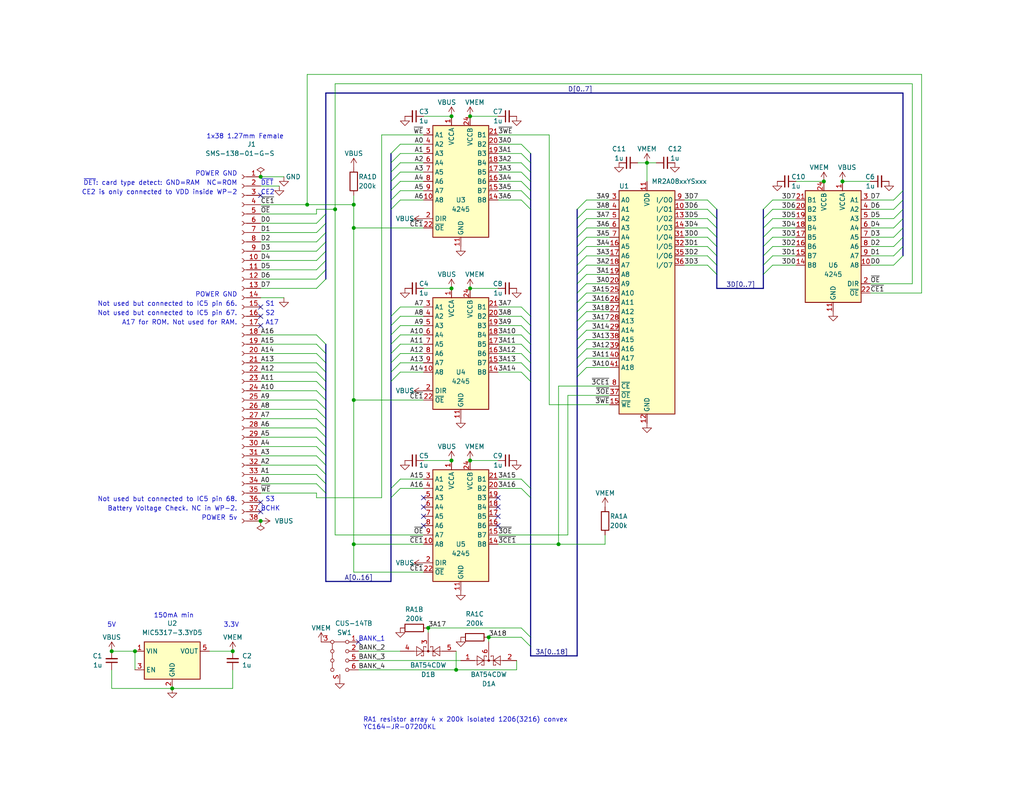
<source format=kicad_sch>
(kicad_sch (version 20230121) (generator eeschema)
  (paper "USLetter")
  (title_block (title "WP-2_IC-Card_MRAM_512") (date "2023-12-08") (rev "008") (company "Brian K. White - b.kenyon.w@gmail.com"))
  (junction (at 96.52 62.23))
  (junction (at 96.52 148.59))
  (junction (at 128.27 78.74))
  (junction (at 91.44 57.15))
  (junction (at 30.48 177.8))
  (junction (at 128.27 125.73))
  (junction (at 116.84 171.45))
  (junction (at 71.12 142.24))
  (junction (at 46.99 187.96))
  (junction (at 83.82 55.88))
  (junction (at 63.5 177.8))
  (junction (at 229.87 49.53))
  (junction (at 176.53 44.45))
  (junction (at 96.52 109.22))
  (junction (at 124.46 182.88))
  (junction (at 152.4 148.59))
  (junction (at 128.27 31.75))
  (junction (at 133.35 173.99))
  (junction (at 96.52 55.88))
  (junction (at 123.19 78.74))
  (junction (at 224.79 49.53))
  (junction (at 36.83 177.8))
  (junction (at 123.19 125.73))
  (junction (at 123.19 31.75))
  (junction (at 71.12 48.26))
  (no_connect (at 71.12 53.34))
  (no_connect (at 71.12 86.36))
  (no_connect (at 115.57 143.51))
  (no_connect (at 71.12 139.7))
  (no_connect (at 135.89 143.51))
  (no_connect (at 115.57 138.43))
  (no_connect (at 71.12 137.16))
  (no_connect (at 115.57 135.89))
  (no_connect (at 97.79 175.26))
  (no_connect (at 71.12 88.9))
  (no_connect (at 135.89 135.89))
  (no_connect (at 135.89 140.97))
  (no_connect (at 135.89 138.43))
  (no_connect (at 115.57 140.97))
  (no_connect (at 71.12 83.82))
  (bus_entry (at 88.9 66.04) (size -2.54 2.54))
  (bus_entry (at 195.58 62.23) (size -2.54 -2.54))
  (bus_entry (at 208.28 64.77) (size 2.54 -2.54))
  (bus_entry (at 144.78 96.52) (size -2.54 -2.54))
  (bus_entry (at 195.58 67.31) (size -2.54 -2.54))
  (bus_entry (at 157.48 95.25) (size 2.54 -2.54))
  (bus_entry (at 157.48 80.01) (size 2.54 -2.54))
  (bus_entry (at 144.78 135.89) (size -2.54 -2.54))
  (bus_entry (at 246.38 67.31) (size -2.54 2.54))
  (bus_entry (at 88.9 121.92) (size -2.54 -2.54))
  (bus_entry (at 208.28 72.39) (size 2.54 -2.54))
  (bus_entry (at 157.48 97.79) (size 2.54 -2.54))
  (bus_entry (at 157.48 64.77) (size 2.54 -2.54))
  (bus_entry (at 195.58 69.85) (size -2.54 -2.54))
  (bus_entry (at 144.78 41.91) (size -2.54 -2.54))
  (bus_entry (at 144.78 99.06) (size -2.54 -2.54))
  (bus_entry (at 246.38 54.61) (size -2.54 2.54))
  (bus_entry (at 144.78 44.45) (size -2.54 -2.54))
  (bus_entry (at 88.9 71.12) (size -2.54 2.54))
  (bus_entry (at 88.9 129.54) (size -2.54 -2.54))
  (bus_entry (at 246.38 59.69) (size -2.54 2.54))
  (bus_entry (at 157.48 82.55) (size 2.54 -2.54))
  (bus_entry (at 144.78 133.35) (size -2.54 -2.54))
  (bus_entry (at 157.48 67.31) (size 2.54 -2.54))
  (bus_entry (at 106.68 46.99) (size 2.54 -2.54))
  (bus_entry (at 246.38 57.15) (size -2.54 2.54))
  (bus_entry (at 144.78 93.98) (size -2.54 -2.54))
  (bus_entry (at 157.48 62.23) (size 2.54 -2.54))
  (bus_entry (at 144.78 46.99) (size -2.54 -2.54))
  (bus_entry (at 157.48 100.33) (size 2.54 -2.54))
  (bus_entry (at 106.68 44.45) (size 2.54 -2.54))
  (bus_entry (at 106.68 133.35) (size 2.54 -2.54))
  (bus_entry (at 208.28 69.85) (size 2.54 -2.54))
  (bus_entry (at 246.38 64.77) (size -2.54 2.54))
  (bus_entry (at 157.48 57.15) (size 2.54 -2.54))
  (bus_entry (at 106.68 57.15) (size 2.54 -2.54))
  (bus_entry (at 208.28 62.23) (size 2.54 -2.54))
  (bus_entry (at 88.9 101.6) (size -2.54 -2.54))
  (bus_entry (at 144.78 104.14) (size -2.54 -2.54))
  (bus_entry (at 157.48 85.09) (size 2.54 -2.54))
  (bus_entry (at 88.9 116.84) (size -2.54 -2.54))
  (bus_entry (at 144.78 57.15) (size -2.54 -2.54))
  (bus_entry (at 88.9 96.52) (size -2.54 -2.54))
  (bus_entry (at 157.48 77.47) (size 2.54 -2.54))
  (bus_entry (at 195.58 57.15) (size -2.54 -2.54))
  (bus_entry (at 88.9 124.46) (size -2.54 -2.54))
  (bus_entry (at 88.9 63.5) (size -2.54 2.54))
  (bus_entry (at 208.28 57.15) (size 2.54 -2.54))
  (bus_entry (at 106.68 54.61) (size 2.54 -2.54))
  (bus_entry (at 157.48 92.71) (size 2.54 -2.54))
  (bus_entry (at 144.78 86.36) (size -2.54 -2.54))
  (bus_entry (at 144.78 91.44) (size -2.54 -2.54))
  (bus_entry (at 106.68 88.9) (size 2.54 -2.54))
  (bus_entry (at 106.68 91.44) (size 2.54 -2.54))
  (bus_entry (at 157.48 87.63) (size 2.54 -2.54))
  (bus_entry (at 157.48 102.87) (size 2.54 -2.54))
  (bus_entry (at 106.68 49.53) (size 2.54 -2.54))
  (bus_entry (at 88.9 134.62) (size -2.54 -2.54))
  (bus_entry (at 88.9 106.68) (size -2.54 -2.54))
  (bus_entry (at 88.9 68.58) (size -2.54 2.54))
  (bus_entry (at 208.28 59.69) (size 2.54 -2.54))
  (bus_entry (at 195.58 74.93) (size -2.54 -2.54))
  (bus_entry (at 88.9 114.3) (size -2.54 -2.54))
  (bus_entry (at 195.58 72.39) (size -2.54 -2.54))
  (bus_entry (at 157.48 90.17) (size 2.54 -2.54))
  (bus_entry (at 106.68 41.91) (size 2.54 -2.54))
  (bus_entry (at 208.28 67.31) (size 2.54 -2.54))
  (bus_entry (at 144.78 176.53) (size -2.54 -2.54))
  (bus_entry (at 144.78 49.53) (size -2.54 -2.54))
  (bus_entry (at 106.68 86.36) (size 2.54 -2.54))
  (bus_entry (at 88.9 99.06) (size -2.54 -2.54))
  (bus_entry (at 246.38 69.85) (size -2.54 2.54))
  (bus_entry (at 88.9 111.76) (size -2.54 -2.54))
  (bus_entry (at 144.78 88.9) (size -2.54 -2.54))
  (bus_entry (at 106.68 101.6) (size 2.54 -2.54))
  (bus_entry (at 246.38 52.07) (size -2.54 2.54))
  (bus_entry (at 88.9 58.42) (size -2.54 2.54))
  (bus_entry (at 88.9 119.38) (size -2.54 -2.54))
  (bus_entry (at 106.68 93.98) (size 2.54 -2.54))
  (bus_entry (at 157.48 74.93) (size 2.54 -2.54))
  (bus_entry (at 157.48 72.39) (size 2.54 -2.54))
  (bus_entry (at 142.24 171.45) (size 2.54 2.54))
  (bus_entry (at 144.78 54.61) (size -2.54 -2.54))
  (bus_entry (at 88.9 73.66) (size -2.54 2.54))
  (bus_entry (at 88.9 127) (size -2.54 -2.54))
  (bus_entry (at 208.28 74.93) (size 2.54 -2.54))
  (bus_entry (at 88.9 60.96) (size -2.54 2.54))
  (bus_entry (at 157.48 59.69) (size 2.54 -2.54))
  (bus_entry (at 88.9 132.08) (size -2.54 -2.54))
  (bus_entry (at 106.68 135.89) (size 2.54 -2.54))
  (bus_entry (at 88.9 93.98) (size -2.54 -2.54))
  (bus_entry (at 195.58 59.69) (size -2.54 -2.54))
  (bus_entry (at 106.68 104.14) (size 2.54 -2.54))
  (bus_entry (at 88.9 104.14) (size -2.54 -2.54))
  (bus_entry (at 106.68 99.06) (size 2.54 -2.54))
  (bus_entry (at 88.9 76.2) (size -2.54 2.54))
  (bus_entry (at 106.68 96.52) (size 2.54 -2.54))
  (bus_entry (at 144.78 101.6) (size -2.54 -2.54))
  (bus_entry (at 106.68 52.07) (size 2.54 -2.54))
  (bus_entry (at 246.38 62.23) (size -2.54 2.54))
  (bus_entry (at 195.58 64.77) (size -2.54 -2.54))
  (bus_entry (at 88.9 109.22) (size -2.54 -2.54))
  (bus_entry (at 157.48 69.85) (size 2.54 -2.54))
  (bus_entry (at 144.78 52.07) (size -2.54 -2.54))
  (wire (pts (xy 176.53 44.45) (xy 176.53 49.53)))
  (wire (pts (xy 76.2 50.8) (xy 71.12 50.8)))
  (wire (pts (xy 186.69 54.61) (xy 193.04 54.61)))
  (bus (pts (xy 106.68 41.91) (xy 106.68 44.45)))
  (bus (pts (xy 144.78 52.07) (xy 144.78 49.53)))
  (bus (pts (xy 144.78 179.07) (xy 157.48 179.07)))
  (wire (pts (xy 96.52 109.22) (xy 115.57 109.22)))
  (wire (pts (xy 186.69 62.23) (xy 193.04 62.23)))
  (wire (pts (xy 30.48 187.96) (xy 46.99 187.96)))
  (wire (pts (xy 166.37 67.31) (xy 160.02 67.31)))
  (wire (pts (xy 135.89 31.75) (xy 128.27 31.75)))
  (bus (pts (xy 88.9 158.75) (xy 88.9 134.62)))
  (wire (pts (xy 86.36 135.89) (xy 104.14 135.89)))
  (wire (pts (xy 166.37 87.63) (xy 160.02 87.63)))
  (wire (pts (xy 71.12 71.12) (xy 86.36 71.12)))
  (wire (pts (xy 237.49 62.23) (xy 243.84 62.23)))
  (bus (pts (xy 157.48 100.33) (xy 157.48 102.87)))
  (bus (pts (xy 144.78 96.52) (xy 144.78 93.98)))
  (bus (pts (xy 88.9 104.14) (xy 88.9 106.68)))
  (wire (pts (xy 115.57 39.37) (xy 109.22 39.37)))
  (wire (pts (xy 217.17 69.85) (xy 210.82 69.85)))
  (bus (pts (xy 88.9 73.66) (xy 88.9 76.2)))
  (wire (pts (xy 237.49 57.15) (xy 243.84 57.15)))
  (wire (pts (xy 135.89 46.99) (xy 142.24 46.99)))
  (wire (pts (xy 71.12 58.42) (xy 86.36 58.42)))
  (wire (pts (xy 91.44 146.05) (xy 115.57 146.05)))
  (wire (pts (xy 46.99 187.96) (xy 63.5 187.96)))
  (bus (pts (xy 144.78 54.61) (xy 144.78 57.15)))
  (wire (pts (xy 115.57 54.61) (xy 109.22 54.61)))
  (bus (pts (xy 88.9 25.4) (xy 88.9 58.42)))
  (wire (pts (xy 135.89 36.83) (xy 149.86 36.83)))
  (wire (pts (xy 71.12 93.98) (xy 86.36 93.98)))
  (wire (pts (xy 71.12 132.08) (xy 86.36 132.08)))
  (wire (pts (xy 135.89 91.44) (xy 142.24 91.44)))
  (wire (pts (xy 237.49 54.61) (xy 243.84 54.61)))
  (wire (pts (xy 115.57 52.07) (xy 109.22 52.07)))
  (bus (pts (xy 106.68 96.52) (xy 106.68 93.98)))
  (wire (pts (xy 97.79 180.34) (xy 125.73 180.34)))
  (bus (pts (xy 88.9 96.52) (xy 88.9 99.06)))
  (bus (pts (xy 246.38 64.77) (xy 246.38 62.23)))
  (bus (pts (xy 88.9 106.68) (xy 88.9 109.22)))
  (wire (pts (xy 71.12 129.54) (xy 86.36 129.54)))
  (bus (pts (xy 106.68 49.53) (xy 106.68 46.99)))
  (wire (pts (xy 135.89 78.74) (xy 128.27 78.74)))
  (wire (pts (xy 152.4 148.59) (xy 165.1 148.59)))
  (bus (pts (xy 106.68 101.6) (xy 106.68 99.06)))
  (wire (pts (xy 115.57 86.36) (xy 109.22 86.36)))
  (wire (pts (xy 86.36 57.15) (xy 91.44 57.15)))
  (bus (pts (xy 144.78 173.99) (xy 144.78 176.53)))
  (wire (pts (xy 115.57 93.98) (xy 109.22 93.98)))
  (wire (pts (xy 152.4 105.41) (xy 166.37 105.41)))
  (bus (pts (xy 144.78 52.07) (xy 144.78 54.61)))
  (bus (pts (xy 88.9 71.12) (xy 88.9 73.66)))
  (bus (pts (xy 144.78 99.06) (xy 144.78 96.52)))
  (wire (pts (xy 115.57 96.52) (xy 109.22 96.52)))
  (wire (pts (xy 115.57 78.74) (xy 123.19 78.74)))
  (wire (pts (xy 154.94 107.95) (xy 166.37 107.95)))
  (wire (pts (xy 97.79 182.88) (xy 124.46 182.88)))
  (wire (pts (xy 217.17 72.39) (xy 210.82 72.39)))
  (wire (pts (xy 217.17 64.77) (xy 210.82 64.77)))
  (bus (pts (xy 106.68 52.07) (xy 106.68 49.53)))
  (wire (pts (xy 237.49 72.39) (xy 243.84 72.39)))
  (wire (pts (xy 135.89 41.91) (xy 142.24 41.91)))
  (bus (pts (xy 106.68 44.45) (xy 106.68 46.99)))
  (wire (pts (xy 96.52 148.59) (xy 96.52 156.21)))
  (bus (pts (xy 208.28 64.77) (xy 208.28 67.31)))
  (wire (pts (xy 135.89 99.06) (xy 142.24 99.06)))
  (wire (pts (xy 166.37 80.01) (xy 160.02 80.01)))
  (bus (pts (xy 195.58 72.39) (xy 195.58 69.85)))
  (bus (pts (xy 246.38 57.15) (xy 246.38 54.61)))
  (wire (pts (xy 86.36 135.89) (xy 86.36 134.62)))
  (wire (pts (xy 115.57 91.44) (xy 109.22 91.44)))
  (wire (pts (xy 115.57 46.99) (xy 109.22 46.99)))
  (wire (pts (xy 71.12 55.88) (xy 83.82 55.88)))
  (wire (pts (xy 186.69 57.15) (xy 193.04 57.15)))
  (wire (pts (xy 71.12 76.2) (xy 86.36 76.2)))
  (bus (pts (xy 157.48 59.69) (xy 157.48 62.23)))
  (bus (pts (xy 144.78 99.06) (xy 144.78 101.6)))
  (bus (pts (xy 106.68 93.98) (xy 106.68 91.44)))
  (wire (pts (xy 36.83 177.8) (xy 30.48 177.8)))
  (wire (pts (xy 186.69 64.77) (xy 193.04 64.77)))
  (bus (pts (xy 195.58 69.85) (xy 195.58 67.31)))
  (bus (pts (xy 144.78 93.98) (xy 144.78 91.44)))
  (wire (pts (xy 237.49 69.85) (xy 243.84 69.85)))
  (bus (pts (xy 88.9 66.04) (xy 88.9 68.58)))
  (bus (pts (xy 88.9 63.5) (xy 88.9 66.04)))
  (bus (pts (xy 157.48 72.39) (xy 157.48 74.93)))
  (wire (pts (xy 166.37 92.71) (xy 160.02 92.71)))
  (wire (pts (xy 135.89 148.59) (xy 152.4 148.59)))
  (wire (pts (xy 135.89 39.37) (xy 142.24 39.37)))
  (wire (pts (xy 71.12 121.92) (xy 86.36 121.92)))
  (wire (pts (xy 77.47 81.28) (xy 71.12 81.28)))
  (wire (pts (xy 71.12 68.58) (xy 86.36 68.58)))
  (bus (pts (xy 88.9 109.22) (xy 88.9 111.76)))
  (bus (pts (xy 195.58 74.93) (xy 195.58 72.39)))
  (bus (pts (xy 157.48 57.15) (xy 157.48 59.69)))
  (bus (pts (xy 157.48 69.85) (xy 157.48 72.39)))
  (wire (pts (xy 71.12 96.52) (xy 86.36 96.52)))
  (wire (pts (xy 140.97 182.88) (xy 140.97 180.34)))
  (wire (pts (xy 116.84 171.45) (xy 142.24 171.45)))
  (bus (pts (xy 144.78 135.89) (xy 144.78 133.35)))
  (bus (pts (xy 246.38 25.4) (xy 88.9 25.4)))
  (bus (pts (xy 144.78 135.89) (xy 144.78 173.99)))
  (bus (pts (xy 106.68 57.15) (xy 106.68 54.61)))
  (wire (pts (xy 135.89 125.73) (xy 128.27 125.73)))
  (wire (pts (xy 133.35 173.99) (xy 133.35 175.26)))
  (wire (pts (xy 77.47 48.26) (xy 71.12 48.26)))
  (wire (pts (xy 96.52 62.23) (xy 96.52 109.22)))
  (wire (pts (xy 71.12 114.3) (xy 86.36 114.3)))
  (wire (pts (xy 217.17 57.15) (xy 210.82 57.15)))
  (wire (pts (xy 71.12 104.14) (xy 86.36 104.14)))
  (wire (pts (xy 36.83 177.8) (xy 36.83 182.88)))
  (wire (pts (xy 133.35 173.99) (xy 142.24 173.99)))
  (bus (pts (xy 208.28 64.77) (xy 208.28 62.23)))
  (wire (pts (xy 166.37 74.93) (xy 160.02 74.93)))
  (wire (pts (xy 83.82 55.88) (xy 83.82 20.32)))
  (bus (pts (xy 208.28 72.39) (xy 208.28 69.85)))
  (wire (pts (xy 165.1 146.05) (xy 165.1 148.59)))
  (wire (pts (xy 71.12 119.38) (xy 86.36 119.38)))
  (bus (pts (xy 88.9 132.08) (xy 88.9 129.54)))
  (wire (pts (xy 91.44 57.15) (xy 91.44 146.05)))
  (bus (pts (xy 157.48 64.77) (xy 157.48 67.31)))
  (bus (pts (xy 157.48 92.71) (xy 157.48 95.25)))
  (wire (pts (xy 83.82 20.32) (xy 251.46 20.32)))
  (bus (pts (xy 144.78 88.9) (xy 144.78 86.36)))
  (bus (pts (xy 88.9 101.6) (xy 88.9 104.14)))
  (bus (pts (xy 106.68 135.89) (xy 106.68 133.35)))
  (wire (pts (xy 166.37 54.61) (xy 160.02 54.61)))
  (bus (pts (xy 157.48 80.01) (xy 157.48 82.55)))
  (wire (pts (xy 86.36 58.42) (xy 86.36 57.15)))
  (wire (pts (xy 217.17 49.53) (xy 224.79 49.53)))
  (bus (pts (xy 144.78 44.45) (xy 144.78 41.91)))
  (bus (pts (xy 88.9 114.3) (xy 88.9 116.84)))
  (bus (pts (xy 157.48 67.31) (xy 157.48 69.85)))
  (bus (pts (xy 157.48 97.79) (xy 157.48 100.33)))
  (wire (pts (xy 71.12 124.46) (xy 86.36 124.46)))
  (bus (pts (xy 246.38 52.07) (xy 246.38 25.4)))
  (wire (pts (xy 71.12 91.44) (xy 86.36 91.44)))
  (wire (pts (xy 166.37 77.47) (xy 160.02 77.47)))
  (wire (pts (xy 71.12 111.76) (xy 86.36 111.76)))
  (wire (pts (xy 135.89 93.98) (xy 142.24 93.98)))
  (wire (pts (xy 135.89 88.9) (xy 142.24 88.9)))
  (bus (pts (xy 88.9 111.76) (xy 88.9 114.3)))
  (wire (pts (xy 97.79 177.8) (xy 109.22 177.8)))
  (wire (pts (xy 104.14 36.83) (xy 104.14 135.89)))
  (wire (pts (xy 115.57 49.53) (xy 109.22 49.53)))
  (wire (pts (xy 135.89 146.05) (xy 154.94 146.05)))
  (bus (pts (xy 144.78 91.44) (xy 144.78 88.9)))
  (wire (pts (xy 71.12 99.06) (xy 86.36 99.06)))
  (wire (pts (xy 166.37 72.39) (xy 160.02 72.39)))
  (bus (pts (xy 88.9 58.42) (xy 88.9 60.96)))
  (bus (pts (xy 106.68 135.89) (xy 106.68 158.75)))
  (bus (pts (xy 208.28 74.93) (xy 208.28 72.39)))
  (wire (pts (xy 115.57 31.75) (xy 123.19 31.75)))
  (bus (pts (xy 157.48 102.87) (xy 157.48 179.07)))
  (bus (pts (xy 195.58 78.74) (xy 208.28 78.74)))
  (wire (pts (xy 71.12 109.22) (xy 86.36 109.22)))
  (wire (pts (xy 251.46 20.32) (xy 251.46 80.01)))
  (wire (pts (xy 115.57 130.81) (xy 109.22 130.81)))
  (wire (pts (xy 173.99 44.45) (xy 176.53 44.45)))
  (wire (pts (xy 124.46 177.8) (xy 124.46 182.88)))
  (bus (pts (xy 195.58 59.69) (xy 195.58 57.15)))
  (wire (pts (xy 135.89 49.53) (xy 142.24 49.53)))
  (wire (pts (xy 124.46 182.88) (xy 140.97 182.88)))
  (bus (pts (xy 246.38 54.61) (xy 246.38 52.07)))
  (bus (pts (xy 157.48 95.25) (xy 157.48 97.79)))
  (wire (pts (xy 166.37 57.15) (xy 160.02 57.15)))
  (bus (pts (xy 144.78 101.6) (xy 144.78 104.14)))
  (wire (pts (xy 166.37 82.55) (xy 160.02 82.55)))
  (bus (pts (xy 88.9 119.38) (xy 88.9 121.92)))
  (wire (pts (xy 149.86 110.49) (xy 166.37 110.49)))
  (wire (pts (xy 135.89 44.45) (xy 142.24 44.45)))
  (wire (pts (xy 217.17 59.69) (xy 210.82 59.69)))
  (bus (pts (xy 208.28 62.23) (xy 208.28 59.69)))
  (wire (pts (xy 71.12 60.96) (xy 86.36 60.96)))
  (bus (pts (xy 208.28 67.31) (xy 208.28 69.85)))
  (bus (pts (xy 144.78 176.53) (xy 144.78 179.07)))
  (bus (pts (xy 106.68 104.14) (xy 106.68 133.35)))
  (bus (pts (xy 157.48 87.63) (xy 157.48 90.17)))
  (bus (pts (xy 106.68 91.44) (xy 106.68 88.9)))
  (wire (pts (xy 166.37 62.23) (xy 160.02 62.23)))
  (bus (pts (xy 157.48 90.17) (xy 157.48 92.71)))
  (wire (pts (xy 71.12 66.04) (xy 86.36 66.04)))
  (wire (pts (xy 57.15 177.8) (xy 63.5 177.8)))
  (bus (pts (xy 106.68 57.15) (xy 106.68 86.36)))
  (wire (pts (xy 166.37 90.17) (xy 160.02 90.17)))
  (wire (pts (xy 135.89 86.36) (xy 142.24 86.36)))
  (wire (pts (xy 115.57 156.21) (xy 96.52 156.21)))
  (wire (pts (xy 166.37 85.09) (xy 160.02 85.09)))
  (wire (pts (xy 83.82 55.88) (xy 96.52 55.88)))
  (wire (pts (xy 217.17 67.31) (xy 210.82 67.31)))
  (bus (pts (xy 88.9 158.75) (xy 106.68 158.75)))
  (wire (pts (xy 186.69 67.31) (xy 193.04 67.31)))
  (wire (pts (xy 248.92 22.86) (xy 248.92 77.47)))
  (wire (pts (xy 135.89 130.81) (xy 142.24 130.81)))
  (bus (pts (xy 88.9 127) (xy 88.9 129.54)))
  (wire (pts (xy 135.89 54.61) (xy 142.24 54.61)))
  (wire (pts (xy 115.57 133.35) (xy 109.22 133.35)))
  (wire (pts (xy 186.69 72.39) (xy 193.04 72.39)))
  (wire (pts (xy 30.48 182.88) (xy 30.48 187.96)))
  (wire (pts (xy 96.52 53.34) (xy 96.52 55.88)))
  (wire (pts (xy 116.84 171.45) (xy 116.84 172.72)))
  (bus (pts (xy 157.48 85.09) (xy 157.48 87.63)))
  (bus (pts (xy 88.9 99.06) (xy 88.9 101.6)))
  (bus (pts (xy 144.78 49.53) (xy 144.78 46.99)))
  (wire (pts (xy 115.57 125.73) (xy 123.19 125.73)))
  (bus (pts (xy 106.68 54.61) (xy 106.68 52.07)))
  (wire (pts (xy 166.37 97.79) (xy 160.02 97.79)))
  (wire (pts (xy 115.57 101.6) (xy 109.22 101.6)))
  (wire (pts (xy 71.12 73.66) (xy 86.36 73.66)))
  (bus (pts (xy 246.38 69.85) (xy 246.38 67.31)))
  (bus (pts (xy 157.48 82.55) (xy 157.48 85.09)))
  (bus (pts (xy 208.28 78.74) (xy 208.28 74.93)))
  (wire (pts (xy 154.94 146.05) (xy 154.94 107.95)))
  (wire (pts (xy 237.49 67.31) (xy 243.84 67.31)))
  (wire (pts (xy 104.14 36.83) (xy 115.57 36.83)))
  (wire (pts (xy 152.4 148.59) (xy 152.4 105.41)))
  (wire (pts (xy 96.52 62.23) (xy 115.57 62.23)))
  (bus (pts (xy 195.58 67.31) (xy 195.58 64.77)))
  (wire (pts (xy 248.92 77.47) (xy 237.49 77.47)))
  (wire (pts (xy 237.49 64.77) (xy 243.84 64.77)))
  (wire (pts (xy 217.17 54.61) (xy 210.82 54.61)))
  (wire (pts (xy 166.37 64.77) (xy 160.02 64.77)))
  (wire (pts (xy 186.69 69.85) (xy 193.04 69.85)))
  (bus (pts (xy 195.58 64.77) (xy 195.58 62.23)))
  (bus (pts (xy 144.78 57.15) (xy 144.78 86.36)))
  (bus (pts (xy 246.38 67.31) (xy 246.38 64.77)))
  (bus (pts (xy 88.9 124.46) (xy 88.9 127)))
  (wire (pts (xy 115.57 88.9) (xy 109.22 88.9)))
  (bus (pts (xy 88.9 116.84) (xy 88.9 119.38)))
  (wire (pts (xy 135.89 96.52) (xy 142.24 96.52)))
  (wire (pts (xy 135.89 133.35) (xy 142.24 133.35)))
  (bus (pts (xy 195.58 62.23) (xy 195.58 59.69)))
  (wire (pts (xy 86.36 134.62) (xy 71.12 134.62)))
  (wire (pts (xy 135.89 101.6) (xy 142.24 101.6)))
  (bus (pts (xy 246.38 59.69) (xy 246.38 57.15)))
  (wire (pts (xy 166.37 100.33) (xy 160.02 100.33)))
  (wire (pts (xy 166.37 59.69) (xy 160.02 59.69)))
  (bus (pts (xy 246.38 62.23) (xy 246.38 59.69)))
  (wire (pts (xy 166.37 69.85) (xy 160.02 69.85)))
  (bus (pts (xy 88.9 68.58) (xy 88.9 71.12)))
  (wire (pts (xy 135.89 83.82) (xy 142.24 83.82)))
  (wire (pts (xy 71.12 63.5) (xy 86.36 63.5)))
  (wire (pts (xy 96.52 148.59) (xy 115.57 148.59)))
  (wire (pts (xy 71.12 116.84) (xy 86.36 116.84)))
  (bus (pts (xy 157.48 77.47) (xy 157.48 80.01)))
  (wire (pts (xy 71.12 127) (xy 86.36 127)))
  (wire (pts (xy 91.44 57.15) (xy 91.44 22.86)))
  (bus (pts (xy 88.9 121.92) (xy 88.9 124.46)))
  (wire (pts (xy 71.12 78.74) (xy 86.36 78.74)))
  (bus (pts (xy 88.9 134.62) (xy 88.9 132.08)))
  (wire (pts (xy 115.57 99.06) (xy 109.22 99.06)))
  (wire (pts (xy 149.86 36.83) (xy 149.86 110.49)))
  (wire (pts (xy 71.12 101.6) (xy 86.36 101.6)))
  (bus (pts (xy 106.68 104.14) (xy 106.68 101.6)))
  (wire (pts (xy 63.5 187.96) (xy 63.5 182.88)))
  (bus (pts (xy 195.58 78.74) (xy 195.58 74.93)))
  (bus (pts (xy 157.48 62.23) (xy 157.48 64.77)))
  (bus (pts (xy 144.78 46.99) (xy 144.78 44.45)))
  (wire (pts (xy 91.44 22.86) (xy 248.92 22.86)))
  (wire (pts (xy 115.57 83.82) (xy 109.22 83.82)))
  (bus (pts (xy 144.78 104.14) (xy 144.78 133.35)))
  (wire (pts (xy 179.07 44.45) (xy 176.53 44.45)))
  (wire (pts (xy 217.17 62.23) (xy 210.82 62.23)))
  (wire (pts (xy 251.46 80.01) (xy 237.49 80.01)))
  (bus (pts (xy 106.68 99.06) (xy 106.68 96.52)))
  (wire (pts (xy 115.57 44.45) (xy 109.22 44.45)))
  (bus (pts (xy 208.28 59.69) (xy 208.28 57.15)))
  (wire (pts (xy 115.57 41.91) (xy 109.22 41.91)))
  (bus (pts (xy 88.9 60.96) (xy 88.9 63.5)))
  (wire (pts (xy 96.52 55.88) (xy 96.52 62.23)))
  (wire (pts (xy 237.49 59.69) (xy 243.84 59.69)))
  (bus (pts (xy 157.48 74.93) (xy 157.48 77.47)))
  (wire (pts (xy 96.52 109.22) (xy 96.52 148.59)))
  (wire (pts (xy 71.12 106.68) (xy 86.36 106.68)))
  (wire (pts (xy 186.69 59.69) (xy 193.04 59.69)))
  (wire (pts (xy 237.49 49.53) (xy 229.87 49.53)))
  (bus (pts (xy 88.9 93.98) (xy 88.9 96.52)))
  (bus (pts (xy 106.68 88.9) (xy 106.68 86.36)))
  (wire (pts (xy 166.37 95.25) (xy 160.02 95.25)))
  (wire (pts (xy 135.89 52.07) (xy 142.24 52.07)))
  (text "POWER GND" (at 64.77 48.26 0) (effects (font (size 1.27 1.27)) (justify right bottom)))
  (text "5V" (at 29.21 171.45 0) (effects (font (size 1.27 1.27)) (justify left bottom)))
  (text "CE2 is only connected to VDD inside WP-2" (at 64.77 53.34 0) (effects (font (size 1.27 1.27)) (justify right bottom)))
  (text "POWER GND" (at 64.77 81.28 0) (effects (font (size 1.27 1.27)) (justify right bottom)))
  (text "BCHK" (at 71.12 139.7 0) (effects (font (size 1.27 1.27)) (justify left bottom)))
  (text "CE2" (at 71.12 53.34 0) (effects (font (size 1.27 1.27)) (justify left bottom)))
  (text "S1" (at 72.39 83.82 0) (effects (font (size 1.27 1.27)) (justify left bottom)))
  (text "POWER 5v" (at 64.77 142.24 0) (effects (font (size 1.27 1.27)) (justify right bottom)))
  (text "A17" (at 72.39 88.9 0) (effects (font (size 1.27 1.27)) (justify left bottom)))
  (text "1x38 1.27mm Female" (at 77.47 38.1 0) (effects (font (size 1.27 1.27)) (justify right bottom)))
  (text "RA1 resistor array 4 x 200k isolated 1206(3216) convex\nYC164-JR-07200KL\n" (at 99.06 199.39 0) (effects (font (size 1.27 1.27)) (justify left bottom)))
  (text "Not used but connected to IC5 pin 68." (at 64.77 137.16 0) (effects (font (size 1.27 1.27)) (justify right bottom)))
  (text "Not used but connected to IC5 pin 66." (at 64.77 83.82 0) (effects (font (size 1.27 1.27)) (justify right bottom)))
  (text "Battery Voltage Check. NC in WP-2." (at 64.77 139.7 0) (effects (font (size 1.27 1.27)) (justify right bottom)))
  (text "~{DET}" (at 71.12 50.8 0) (effects (font (size 1.27 1.27)) (justify left bottom)))
  (text "Not used but connected to IC5 pin 67." (at 64.77 86.36 0) (effects (font (size 1.27 1.27)) (justify right bottom)))
  (text "150mA min" (at 41.91 168.91 0) (effects (font (size 1.27 1.27)) (justify left bottom)))
  (text "S2" (at 72.39 86.36 0) (effects (font (size 1.27 1.27)) (justify left bottom)))
  (text "~{DET}: card type detect: GND=RAM  NC=ROM" (at 64.77 50.8 0) (effects (font (size 1.27 1.27)) (justify right bottom)))
  (text "A17 for ROM. Not used for RAM." (at 64.77 88.9 0) (effects (font (size 1.27 1.27)) (justify right bottom)))
  (text "BANK_1" (at 97.79 175.26 0) (effects (font (size 1.27 1.27)) (justify left bottom)))
  (text "S3" (at 72.39 137.16 0) (effects (font (size 1.27 1.27)) (justify left bottom)))
  (text "3.3V" (at 60.96 171.45 0) (effects (font (size 1.27 1.27)) (justify left bottom)))
  (label "BANK_2" (at 97.79 177.8 0))
  (label "3D3" (at 186.69 72.39 0))
  (label "3A13" (at 166.37 92.71 180))
  (label "A10" (at 71.12 106.68 0))
  (label "D6" (at 237.49 57.15 0))
  (label "~{3OE}" (at 166.37 107.95 180))
  (label "3A12" (at 135.89 96.52 0))
  (label "3A6" (at 166.37 62.23 180))
  (label "A14" (at 115.57 101.6 180))
  (label "D0" (at 71.12 60.96 0))
  (label "3A4" (at 166.37 67.31 180))
  (label "D1" (at 237.49 69.85 0))
  (label "3D4" (at 217.17 62.23 180))
  (label "A11" (at 71.12 104.14 0))
  (label "~{CE1}" (at 71.12 55.88 0))
  (label "~{CE1}" (at 115.57 148.59 180))
  (label "D0" (at 237.49 72.39 0))
  (label "~{3WE}" (at 135.89 36.83 0))
  (label "3D7" (at 186.69 54.61 0))
  (label "3A0" (at 166.37 77.47 180))
  (label "A9" (at 115.57 88.9 180))
  (label "D[0..7]" (at 154.94 25.4 0))
  (label "3A3" (at 135.89 46.99 0))
  (label "D3" (at 71.12 68.58 0))
  (label "A9" (at 71.12 109.22 0))
  (label "A8" (at 115.57 86.36 180))
  (label "3A5" (at 135.89 52.07 0))
  (label "A15" (at 115.57 130.81 180))
  (label "D7" (at 71.12 78.74 0))
  (label "~{3OE}" (at 135.89 146.05 0))
  (label "A14" (at 71.12 96.52 0))
  (label "A16" (at 71.12 91.44 0))
  (label "3A13" (at 135.89 99.06 0))
  (label "3D5" (at 186.69 59.69 0))
  (label "~{3CE1}" (at 166.37 105.41 180))
  (label "3A12" (at 166.37 95.25 180))
  (label "~{OE}" (at 115.57 146.05 180))
  (label "3A17" (at 116.84 171.45 0))
  (label "3A16" (at 135.89 133.35 0))
  (label "A13" (at 115.57 99.06 180))
  (label "BANK_4" (at 97.79 182.88 0))
  (label "A8" (at 71.12 111.76 0))
  (label "A1" (at 115.57 41.91 180))
  (label "3A1" (at 166.37 74.93 180))
  (label "A12" (at 115.57 96.52 180))
  (label "3D3" (at 217.17 64.77 180))
  (label "A3" (at 115.57 46.99 180))
  (label "BANK_3" (at 97.79 180.34 0))
  (label "3A17" (at 166.37 87.63 180))
  (label "3A7" (at 166.37 59.69 180))
  (label "3D[0..7]" (at 198.12 78.74 0))
  (label "3A14" (at 135.89 101.6 0))
  (label "D3" (at 237.49 64.77 0))
  (label "D5" (at 71.12 73.66 0))
  (label "D7" (at 237.49 54.61 0))
  (label "A7" (at 71.12 114.3 0))
  (label "A15" (at 71.12 93.98 0))
  (label "A3" (at 71.12 124.46 0))
  (label "~{CE1}" (at 115.57 156.21 180))
  (label "A10" (at 115.57 91.44 180))
  (label "3A8" (at 166.37 57.15 180))
  (label "A6" (at 115.57 54.61 180))
  (label "3A2" (at 166.37 72.39 180))
  (label "A12" (at 71.12 101.6 0))
  (label "D2" (at 237.49 67.31 0))
  (label "3A2" (at 135.89 44.45 0))
  (label "A5" (at 71.12 119.38 0))
  (label "A6" (at 71.12 116.84 0))
  (label "A11" (at 115.57 93.98 180))
  (label "3A[0..18]" (at 146.05 179.07 0))
  (label "D1" (at 71.12 63.5 0))
  (label "3A1" (at 135.89 41.91 0))
  (label "~{3WE}" (at 166.37 110.49 180))
  (label "~{OE}" (at 71.12 58.42 0))
  (label "A2" (at 71.12 127 0))
  (label "A0" (at 115.57 39.37 180))
  (label "3D7" (at 217.17 54.61 180))
  (label "3D1" (at 217.17 69.85 180))
  (label "3A10" (at 135.89 91.44 0))
  (label "3A4" (at 135.89 49.53 0))
  (label "3D2" (at 186.69 69.85 0))
  (label "A7" (at 115.57 83.82 180))
  (label "~{OE}" (at 237.49 77.47 0))
  (label "A13" (at 71.12 99.06 0))
  (label "~{CE1}" (at 237.49 80.01 0))
  (label "A2" (at 115.57 44.45 180))
  (label "3A18" (at 166.37 85.09 180))
  (label "3A9" (at 166.37 54.61 180))
  (label "~{3CE1}" (at 135.89 148.59 0))
  (label "3A5" (at 166.37 64.77 180))
  (label "3A3" (at 166.37 69.85 180))
  (label "3D1" (at 186.69 67.31 0))
  (label "A[0..16]" (at 93.98 158.75 0))
  (label "3A8" (at 135.89 86.36 0))
  (label "3D5" (at 217.17 59.69 180))
  (label "D4" (at 237.49 62.23 0))
  (label "3A10" (at 166.37 100.33 180))
  (label "3D0" (at 186.69 64.77 0))
  (label "A5" (at 115.57 52.07 180))
  (label "3A0" (at 135.89 39.37 0))
  (label "3D2" (at 217.17 67.31 180))
  (label "~{CE1}" (at 115.57 62.23 180))
  (label "3A16" (at 166.37 82.55 180))
  (label "D2" (at 71.12 66.04 0))
  (label "3A7" (at 135.89 83.82 0))
  (label "3A11" (at 135.89 93.98 0))
  (label "3D6" (at 186.69 57.15 0))
  (label "3A15" (at 166.37 80.01 180))
  (label "3D6" (at 217.17 57.15 180))
  (label "A16" (at 115.57 133.35 180))
  (label "3A14" (at 166.37 90.17 180))
  (label "A1" (at 71.12 129.54 0))
  (label "~{WE}" (at 71.12 134.62 0))
  (label "A0" (at 71.12 132.08 0))
  (label "3A15" (at 135.89 130.81 0))
  (label "D6" (at 71.12 76.2 0))
  (label "D5" (at 237.49 59.69 0))
  (label "3A18" (at 133.35 173.99 0))
  (label "3D4" (at 186.69 62.23 0))
  (label "~{CE1}" (at 115.57 109.22 180))
  (label "D4" (at 71.12 71.12 0))
  (label "3A6" (at 135.89 54.61 0))
  (label "3A9" (at 135.89 88.9 0))
  (label "A4" (at 115.57 49.53 180))
  (label "A4" (at 71.12 121.92 0))
  (label "3D0" (at 217.17 72.39 180))
  (label "3A11" (at 166.37 97.79 180))
  (label "~{WE}" (at 115.57 36.83 180))
  (symbol (lib_id "0_LOCAL:Conn_01x38_Female") (at 66.04 93.98 0) (mirror y) (unit 1)
    (property "Reference" "J1" (at 69.85 39.37 0) (effects (justify left)))
    (property "Value" "SMS-138-01-G-S" (at 74.93 41.91 0) (effects (justify left)))
    (property "Footprint" "0_LOCAL:SMS-138-01-x-x_edge" (effects hide))
    (property "Datasheet" "datasheets/sms_th.pdf" (effects hide))
  )
  (symbol (lib_id "0_LOCAL:GND") (at 76.2 50.8 0) (mirror y) (unit 1)
    (property "Reference" "#PWR0105" (effects hide))
    (property "Value" "GND" (effects hide))
  )
  (symbol (lib_id "0_LOCAL:GND") (at 176.53 115.57 0) (unit 1)
    (property "Reference" "#PWR0106" (effects hide))
    (property "Value" "GND" (effects hide))
  )
  (symbol (lib_id "0_LOCAL:GND") (at 77.47 81.28 0) (mirror y) (unit 1)
    (property "Reference" "#PWR0108" (effects hide))
    (property "Value" "GND" (effects hide))
  )
  (symbol (lib_name "C_Small_5") (lib_id "0_LOCAL:C_Small") (at 113.03 31.75 270) (unit 1)
    (property "Reference" "C3" (at 114.3 30.48 90) (effects (justify left)))
    (property "Value" "1u" (at 114.3 33.02 90) (effects (justify left)))
    (property "Footprint" "0_LOCAL:C_0805_1mm" (effects hide))
  )
  (symbol (lib_id "0_LOCAL:BAT54CDW") (at 116.84 177.8 0) (mirror x) (unit 2)
    (property "Reference" "D1" (at 116.84 184.15 0))
    (property "Value" "BAT54CDW" (at 116.84 181.61 0))
    (property "Footprint" "0_LOCAL:TSSOP-6-symmetric" (effects hide))
    (property "Datasheet" "datasheets/BAT54CY-Q.pdf" (effects hide))
  )
  (symbol (lib_id "0_LOCAL:VBUS") (at 115.57 153.67 90) (unit 1)
    (property "Reference" "#PWR012" (effects hide))
    (property "Value" "VBUS" (at 110.49 153.67 90))
  )
  (symbol (lib_id "0_LOCAL:GND") (at 125.73 67.31 0) (mirror y) (unit 1)
    (property "Reference" "#PWR011" (effects hide))
    (property "Value" "GND" (effects hide))
  )
  (symbol (lib_id "0_LOCAL:VMEM") (at 128.27 125.73 0) (unit 1)
    (property "Reference" "#PWR015" (effects hide))
    (property "Value" "VMEM" (at 129.54 121.92 0))
  )
  (symbol (lib_name "4245_3") (lib_id "0_LOCAL:4245") (at 125.73 96.52 0) (unit 1)
    (property "Reference" "U4" (at 125.73 101.6 0))
    (property "Value" "4245" (at 125.73 104.14 0))
    (property "Footprint" "0_LOCAL:TSSOP-24_4.4x7.8mm_P0.65mm" (effects hide))
    (property "Datasheet" "datasheets/LVC4245.pdf" (effects hide))
  )
  (symbol (lib_id "0_LOCAL:VBUS") (at 115.57 106.68 90) (unit 1)
    (property "Reference" "#PWR04" (effects hide))
    (property "Value" "VBUS" (at 110.49 106.68 90))
  )
  (symbol (lib_id "0_LOCAL:VMEM") (at 224.79 49.53 0) (mirror y) (unit 1)
    (property "Reference" "#PWR019" (effects hide))
    (property "Value" "VMEM" (at 223.52 45.72 0))
  )
  (symbol (lib_id "0_LOCAL:GND") (at 110.49 31.75 0) (unit 1)
    (property "Reference" "#PWR0104" (effects hide))
    (property "Value" "GND" (effects hide))
  )
  (symbol (lib_id "0_LOCAL:GND") (at 212.09 49.53 0) (unit 1)
    (property "Reference" "#PWR036" (effects hide))
    (property "Value" "GND" (effects hide))
  )
  (symbol (lib_id "0_LOCAL:MIC5365-3.3YD5") (at 46.99 180.34 0) (unit 1)
    (property "Reference" "U2" (at 46.99 170.18 0))
    (property "Value" "MIC5317-3.3YD5" (at 46.99 172.72 0))
    (property "Footprint" "0_LOCAL:TSOT-23-5" (effects hide))
    (property "Datasheet" "datasheets/MIC5365.pdf" (effects hide))
  )
  (symbol (lib_id "0_LOCAL:GND") (at 184.15 44.45 0) (unit 1)
    (property "Reference" "#PWR029" (effects hide))
    (property "Value" "GND" (effects hide))
  )
  (symbol (lib_name "C_Small_5") (lib_id "0_LOCAL:C_Small") (at 240.03 49.53 90) (mirror x) (unit 1)
    (property "Reference" "C6" (at 238.76 48.26 90) (effects (justify left)))
    (property "Value" "1u" (at 238.76 50.8 90) (effects (justify left)))
    (property "Footprint" "0_LOCAL:C_0805_1mm" (effects hide))
  )
  (symbol (lib_name "C_Small_5") (lib_id "0_LOCAL:C_Small") (at 214.63 49.53 270) (unit 1)
    (property "Reference" "C10" (at 215.9 48.26 90) (effects (justify left)))
    (property "Value" "1u" (at 215.9 50.8 90) (effects (justify left)))
    (property "Footprint" "0_LOCAL:C_0805_1mm" (effects hide))
  )
  (symbol (lib_id "0_LOCAL:BAT54CDW") (at 133.35 180.34 0) (mirror x) (unit 1)
    (property "Reference" "D1" (at 133.35 186.69 0))
    (property "Value" "BAT54CDW" (at 133.35 184.15 0))
    (property "Footprint" "0_LOCAL:TSSOP-6-symmetric" (effects hide))
    (property "Datasheet" "datasheets/BAT54CY-Q.pdf" (effects hide))
  )
  (symbol (lib_id "0_LOCAL:VMEM") (at 87.63 175.26 0) (unit 1)
    (property "Reference" "#PWR016" (effects hide))
    (property "Value" "VMEM" (at 87.63 171.45 0))
  )
  (symbol (lib_id "0_LOCAL:VMEM") (at 128.27 31.75 0) (unit 1)
    (property "Reference" "#PWR09" (effects hide))
    (property "Value" "VMEM" (at 129.54 27.94 0))
  )
  (symbol (lib_name "4245_1") (lib_id "0_LOCAL:4245") (at 227.33 67.31 0) (mirror y) (unit 1)
    (property "Reference" "U6" (at 227.33 72.39 0))
    (property "Value" "4245" (at 227.33 74.93 0))
    (property "Footprint" "0_LOCAL:TSSOP-24_4.4x7.8mm_P0.65mm" (effects hide))
    (property "Datasheet" "datasheets/LVC4245.pdf" (effects hide))
  )
  (symbol (lib_id "0_LOCAL:GND") (at 140.97 78.74 0) (mirror y) (unit 1)
    (property "Reference" "#PWR033" (effects hide))
    (property "Value" "GND" (effects hide))
  )
  (symbol (lib_id "0_LOCAL:VBUS") (at 115.57 59.69 90) (unit 1)
    (property "Reference" "#PWR010" (effects hide))
    (property "Value" "VBUS" (at 110.49 59.69 90))
  )
  (symbol (lib_id "0_LOCAL:GND") (at 168.91 44.45 0) (unit 1)
    (property "Reference" "#PWR0145" (effects hide))
    (property "Value" "GND" (effects hide))
  )
  (symbol (lib_id "0_LOCAL:GND") (at 227.33 85.09 0) (unit 1)
    (property "Reference" "#PWR018" (effects hide))
    (property "Value" "GND" (effects hide))
  )
  (symbol (lib_name "C_Small_5") (lib_id "0_LOCAL:C_Small") (at 113.03 125.73 270) (unit 1)
    (property "Reference" "C5" (at 114.3 124.46 90) (effects (justify left)))
    (property "Value" "1u" (at 114.3 127 90) (effects (justify left)))
    (property "Footprint" "0_LOCAL:C_0805_1mm" (effects hide))
  )
  (symbol (lib_name "C_Small_5") (lib_id "0_LOCAL:C_Small") (at 113.03 78.74 270) (unit 1)
    (property "Reference" "C4" (at 114.3 77.47 90) (effects (justify left)))
    (property "Value" "1u" (at 114.3 80.01 90) (effects (justify left)))
    (property "Footprint" "0_LOCAL:C_0805_1mm" (effects hide))
  )
  (symbol (lib_id "0_LOCAL:R_Array_04") (at 113.03 171.45 90) (mirror x) (unit 2)
    (property "Reference" "RA1" (at 113.03 166.37 90))
    (property "Value" "200k" (at 113.03 168.91 90))
    (property "Footprint" "0_LOCAL:R_Array_Convex_4x0612" (effects hide))
    (property "Datasheet" "datasheets/PYu-YC_TC_group_51_RoHS_L_9.pdf" (effects hide))
  )
  (symbol (lib_id "0_LOCAL:SW_1P4T_CUS-14B") (at 92.71 179.07 0) (unit 1)
    (property "Reference" "SW1" (at 93.98 172.72 0))
    (property "Value" "CUS-14TB" (at 96.52 170.18 0))
    (property "Footprint" "0_LOCAL:SW_SP4T_CUS-14B pth" (effects hide))
  )
  (symbol (lib_id "0_LOCAL:PWR_FLAG") (at 71.12 142.24 180) (unit 1)
    (property "Reference" "#FLG0101" (effects hide))
    (property "Value" "PWR_FLAG" (effects hide))
  )
  (symbol (lib_id "0_LOCAL:VBUS") (at 30.48 177.8 0) (unit 1)
    (property "Reference" "#PWR0102" (effects hide))
    (property "Value" "VBUS" (at 30.48 173.99 0))
  )
  (symbol (lib_id "0_LOCAL:VBUS") (at 229.87 49.53 0) (mirror y) (unit 1)
    (property "Reference" "#PWR017" (effects hide))
    (property "Value" "VBUS" (at 231.14 45.72 0))
  )
  (symbol (lib_id "0_LOCAL:VBUS") (at 123.19 125.73 0) (unit 1)
    (property "Reference" "#PWR013" (effects hide))
    (property "Value" "VBUS" (at 121.92 121.92 0))
  )
  (symbol (lib_id "0_LOCAL:GND") (at 125.73 161.29 0) (mirror y) (unit 1)
    (property "Reference" "#PWR014" (effects hide))
    (property "Value" "GND" (effects hide))
  )
  (symbol (lib_id "0_LOCAL:GND") (at 110.49 125.73 0) (unit 1)
    (property "Reference" "#PWR032" (effects hide))
    (property "Value" "GND" (effects hide))
  )
  (symbol (lib_name "C_Small_5") (lib_id "0_LOCAL:C_Small") (at 138.43 31.75 90) (mirror x) (unit 1)
    (property "Reference" "C7" (at 137.16 30.48 90) (effects (justify left)))
    (property "Value" "1u" (at 137.16 33.02 90) (effects (justify left)))
    (property "Footprint" "0_LOCAL:C_0805_1mm" (effects hide))
  )
  (symbol (lib_id "0_LOCAL:GND") (at 242.57 49.53 0) (mirror y) (unit 1)
    (property "Reference" "#PWR035" (effects hide))
    (property "Value" "GND" (effects hide))
  )
  (symbol (lib_id "0_LOCAL:R_Array_04") (at 96.52 49.53 0) (unit 4)
    (property "Reference" "RA1" (at 97.79 48.26 0) (effects (justify left)))
    (property "Value" "200k" (at 97.79 50.8 0) (effects (justify left)))
    (property "Footprint" "0_LOCAL:R_Array_Convex_4x0612" (effects hide))
    (property "Datasheet" "datasheets/PYu-YC_TC_group_51_RoHS_L_9.pdf" (effects hide))
  )
  (symbol (lib_id "0_LOCAL:GND") (at 46.99 187.96 0) (unit 1)
    (property "Reference" "#PWR0112" (effects hide))
    (property "Value" "GND" (effects hide))
  )
  (symbol (lib_name "C_Small_5") (lib_id "0_LOCAL:C_Small") (at 138.43 125.73 90) (mirror x) (unit 1)
    (property "Reference" "C9" (at 137.16 124.46 90) (effects (justify left)))
    (property "Value" "1u" (at 137.16 127 90) (effects (justify left)))
    (property "Footprint" "0_LOCAL:C_0805_1mm" (effects hide))
  )
  (symbol (lib_name "4245_2") (lib_id "0_LOCAL:4245") (at 125.73 143.51 0) (unit 1)
    (property "Reference" "U5" (at 125.73 148.59 0))
    (property "Value" "4245" (at 125.73 151.13 0))
    (property "Footprint" "0_LOCAL:TSSOP-24_4.4x7.8mm_P0.65mm" (effects hide))
    (property "Datasheet" "datasheets/LVC4245.pdf" (effects hide))
  )
  (symbol (lib_id "0_LOCAL:GND") (at 92.71 185.42 0) (mirror y) (unit 1)
    (property "Reference" "#PWR020" (effects hide))
    (property "Value" "GND" (effects hide))
  )
  (symbol (lib_id "0_LOCAL:GND") (at 140.97 125.73 0) (mirror y) (unit 1)
    (property "Reference" "#PWR034" (effects hide))
    (property "Value" "GND" (effects hide))
  )
  (symbol (lib_id "0_LOCAL:R_Array_04") (at 129.54 173.99 90) (unit 3)
    (property "Reference" "RA1" (at 129.54 167.64 90))
    (property "Value" "200k" (at 129.54 170.18 90))
    (property "Footprint" "0_LOCAL:R_Array_Convex_4x0612" (effects hide))
    (property "Datasheet" "datasheets/PYu-YC_TC_group_51_RoHS_L_9.pdf" (effects hide))
  )
  (symbol (lib_id "0_LOCAL:VBUS") (at 123.19 78.74 0) (unit 1)
    (property "Reference" "#PWR05" (effects hide))
    (property "Value" "VBUS" (at 121.92 74.93 0))
  )
  (symbol (lib_id "0_LOCAL:VBUS") (at 123.19 31.75 0) (unit 1)
    (property "Reference" "#PWR08" (effects hide))
    (property "Value" "VBUS" (at 121.92 27.94 0))
  )
  (symbol (lib_id "0_LOCAL:4245") (at 125.73 49.53 0) (unit 1)
    (property "Reference" "U3" (at 125.73 54.61 0))
    (property "Value" "4245" (at 125.73 57.15 0))
    (property "Footprint" "0_LOCAL:TSSOP-24_4.4x7.8mm_P0.65mm" (effects hide))
    (property "Datasheet" "datasheets/LVC4245.pdf" (effects hide))
  )
  (symbol (lib_id "0_LOCAL:GND") (at 140.97 31.75 0) (mirror y) (unit 1)
    (property "Reference" "#PWR023" (effects hide))
    (property "Value" "GND" (effects hide))
  )
  (symbol (lib_id "0_LOCAL:GND") (at 125.73 173.99 0) (mirror y) (unit 1)
    (property "Reference" "#PWR022" (effects hide))
    (property "Value" "GND" (effects hide))
  )
  (symbol (lib_id "0_LOCAL:GND") (at 125.73 114.3 0) (mirror y) (unit 1)
    (property "Reference" "#PWR06" (effects hide))
    (property "Value" "GND" (effects hide))
  )
  (symbol (lib_id "0_LOCAL:VMEM") (at 165.1 138.43 0) (unit 1)
    (property "Reference" "#PWR030" (effects hide))
    (property "Value" "VMEM" (at 165.1 134.62 0))
  )
  (symbol (lib_id "0_LOCAL:VBUS") (at 96.52 45.72 0) (unit 1)
    (property "Reference" "#PWR0128" (effects hide))
    (property "Value" "VBUS" (at 96.52 41.91 0))
  )
  (symbol (lib_name "C_Small_2") (lib_id "0_LOCAL:C_Small") (at 63.5 180.34 180) (unit 1)
    (property "Reference" "C2" (at 66.04 179.07 0) (effects (justify right)))
    (property "Value" "1u" (at 66.04 181.61 0) (effects (justify right)))
    (property "Footprint" "0_LOCAL:C_0805_1mm" (effects hide))
  )
  (symbol (lib_id "0_LOCAL:VMEM") (at 63.5 177.8 0) (unit 1)
    (property "Reference" "#PWR01" (effects hide))
    (property "Value" "VMEM" (at 63.5 173.99 0))
  )
  (symbol (lib_id "0_LOCAL:VMEM") (at 176.53 44.45 0) (unit 1)
    (property "Reference" "#PWR0111" (effects hide))
    (property "Value" "VMEM" (at 176.53 40.64 0))
  )
  (symbol (lib_name "C_Small_5") (lib_id "0_LOCAL:C_Small") (at 138.43 78.74 90) (mirror x) (unit 1)
    (property "Reference" "C8" (at 137.16 77.47 90) (effects (justify left)))
    (property "Value" "1u" (at 137.16 80.01 90) (effects (justify left)))
    (property "Footprint" "0_LOCAL:C_0805_1mm" (effects hide))
  )
  (symbol (lib_id "0_LOCAL:GND") (at 110.49 78.74 0) (unit 1)
    (property "Reference" "#PWR031" (effects hide))
    (property "Value" "GND" (effects hide))
  )
  (symbol (lib_id "0_LOCAL:GND") (at 109.22 171.45 0) (mirror y) (unit 1)
    (property "Reference" "#PWR021" (effects hide))
    (property "Value" "GND" (effects hide))
  )
  (symbol (lib_id "0_LOCAL:GND") (at 77.47 48.26 0) (mirror y) (unit 1)
    (property "Reference" "#PWR03" (effects hide))
    (property "Value" "GND" (at 80.01 48.26 0))
  )
  (symbol (lib_name "C_Small_1") (lib_id "0_LOCAL:C_Small") (at 30.48 180.34 180) (unit 1)
    (property "Reference" "C1" (at 27.94 179.07 0) (effects (justify left)))
    (property "Value" "1u" (at 27.94 181.61 0) (effects (justify left)))
    (property "Footprint" "0_LOCAL:C_0805_1mm" (effects hide))
  )
  (symbol (lib_id "0_LOCAL:R_Array_04") (at 165.1 142.24 0) (mirror x) (unit 1)
    (property "Reference" "RA1" (at 166.37 140.97 0) (effects (justify left)))
    (property "Value" "200k" (at 166.37 143.51 0) (effects (justify left)))
    (property "Footprint" "0_LOCAL:R_Array_Convex_4x0612" (effects hide))
    (property "Datasheet" "datasheets/PYu-YC_TC_group_51_RoHS_L_9.pdf" (effects hide))
  )
  (symbol (lib_id "0_LOCAL:MR2A08xxYSxxx") (at 176.53 82.55 0) (unit 1)
    (property "Reference" "U1" (at 168.91 50.8 0) (effects (justify left)))
    (property "Value" "MR2A08xxYSxxx" (at 177.8 49.53 0) (effects (justify left)))
    (property "Footprint" "0_LOCAL:TSOP-II-44_10.16x18.41mm_P0.8mm" (effects hide))
    (property "Datasheet" "datasheets/MR2A08A.pdf" (effects hide))
  )
  (symbol (lib_name "C_Small_9") (lib_id "0_LOCAL:C_Small") (at 171.45 44.45 270) (unit 1)
    (property "Reference" "C11" (at 168.91 40.64 90))
    (property "Value" "1u" (at 168.91 43.18 90))
    (property "Footprint" "0_LOCAL:C_0805_1mm" (effects hide))
  )
  (symbol (lib_name "C_Small_9") (lib_id "0_LOCAL:C_Small") (at 181.61 44.45 90) (unit 1)
    (property "Reference" "C12" (at 184.15 40.64 90))
    (property "Value" "1u" (at 184.15 43.18 90))
    (property "Footprint" "0_LOCAL:C_0805_1mm" (effects hide))
  )
  (symbol (lib_id "0_LOCAL:VMEM") (at 128.27 78.74 0) (unit 1)
    (property "Reference" "#PWR07" (effects hide))
    (property "Value" "VMEM" (at 129.54 74.93 0))
  )
  (symbol (lib_id "0_LOCAL:PWR_FLAG") (at 71.12 48.26 0) (unit 1)
    (property "Reference" "#FLG0102" (effects hide))
    (property "Value" "PWR_FLAG" (effects hide))
  )
  (symbol (lib_id "0_LOCAL:VBUS") (at 71.12 142.24 270) (unit 1)
    (property "Reference" "#PWR02" (effects hide))
    (property "Value" "VBUS" (at 74.93 142.24 90) (effects (justify left)))
  )
)
</source>
